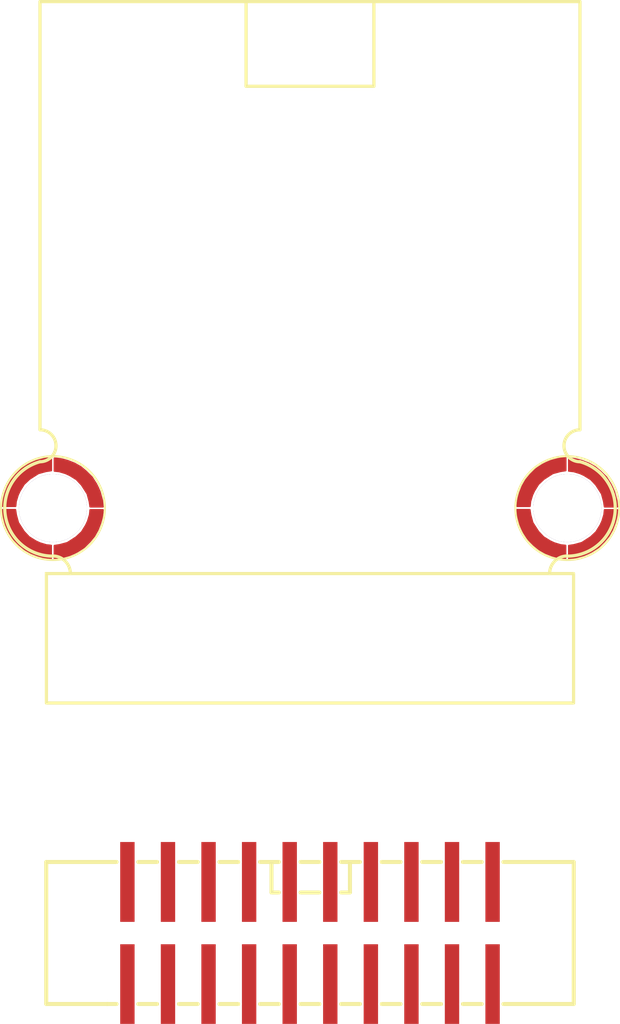
<source format=kicad_pcb>
(kicad_pcb (version 20241229) (generator "pcbnew") (generator_version "9.0")
  (layers (0 "F.Cu" signal) (2 "B.Cu" signal) (13 "F.Paste" user) (15 "B.Paste" user) (5 "F.SilkS" user "F.Silkscreen") (7 "B.SilkS" user "B.Silkscreen") (1 "F.Mask" user) (3 "B.Mask" user) (25 "Edge.Cuts" user))
  (net 0 "")
  (net 1 "standoff[1]-contact")
  (net 2 "standoff[0]-contact")
  (net 3 "jlink_interface-hv-1")
  (net 4 "gnd")
  (net 5 "jlink_interface-line-5")
  (net 6 "jlink_interface-line")
  (net 7 "jlink_interface-line-7")
  (net 8 "jlink_interface-line-1")
  (net 9 "jlink_interface.idc-net")
  (net 10 "jlink_interface-line-4")
  (net 11 "jlink_interface-line-3")
  (net 12 "jlink_interface-hv")
  (net 13 "jlink_interface.idc-net-4")
  (net 14 "jlink_interface-line-2")
  (net 15 "jlink_interface.idc-net-1")
  (net 16 "jlink_interface.idc-net-3")
  (net 17 "jlink_interface.idc-net-2")
  (net 18 "jlink_interface-line-6")
  (net 19 "standoff[1].footprint.pins[0].net-net")
  (net 20 "standoff[0].footprint.pins[0].net-net")
  (footprint "Liansheng_BH_00019:CONN-SMD_20P-P2.54_BH-00019" (layer "F.Cu") (at 0 22.5 180)
    (property "Reference" "J1" (hide yes))
    (property "Value" "")
    (fp_line (start 16.51 4.45) (end 12.11 4.45) (stroke (width 0.25)) (layer "F.SilkS"))
    (fp_line (start 16.51 -4.44) (end 16.51 4.45) (stroke (width 0.25)) (layer "F.SilkS"))
    (fp_line (start 12.7 -4.44) (end 16.51 -4.44) (stroke (width 0.25)) (layer "F.SilkS"))
    (fp_line (start 12.7 -4.44) (end 12.11 -4.44) (stroke (width 0.25)) (layer "F.SilkS"))
    (fp_line (start 10.75 4.45) (end 9.57 4.45) (stroke (width 0.25)) (layer "F.SilkS"))
    (fp_line (start 10.75 -4.44) (end 9.57 -4.44) (stroke (width 0.25)) (layer "F.SilkS"))
    (fp_line (start 8.21 4.45) (end 7.03 4.45) (stroke (width 0.25)) (layer "F.SilkS"))
    (fp_line (start 8.21 -4.44) (end 7.03 -4.44) (stroke (width 0.25)) (layer "F.SilkS"))
    (fp_line (start 5.67 4.45) (end 4.49 4.45) (stroke (width 0.25)) (layer "F.SilkS"))
    (fp_line (start 5.67 -4.44) (end 4.49 -4.44) (stroke (width 0.25)) (layer "F.SilkS"))
    (fp_line (start 3.13 4.45) (end 1.95 4.45) (stroke (width 0.25)) (layer "F.SilkS"))
    (fp_line (start 3.13 -4.44) (end 1.95 -4.44) (stroke (width 0.25)) (layer "F.SilkS"))
    (fp_line (start 2.41 2.54) (end 2.41 4.32) (stroke (width 0.25)) (layer "F.SilkS"))
    (fp_line (start 1.95 2.54) (end 2.41 2.54) (stroke (width 0.25)) (layer "F.SilkS"))
    (fp_line (start 0.59 4.45) (end -0.59 4.45) (stroke (width 0.25)) (layer "F.SilkS"))
    (fp_line (start 0.59 -4.44) (end -0.59 -4.44) (stroke (width 0.25)) (layer "F.SilkS"))
    (fp_line (start -0.59 2.54) (end 0.59 2.54) (stroke (width 0.25)) (layer "F.SilkS"))
    (fp_line (start -1.95 4.45) (end -3.13 4.45) (stroke (width 0.25)) (layer "F.SilkS"))
    (fp_line (start -1.95 -4.44) (end -3.13 -4.44) (stroke (width 0.25)) (layer "F.SilkS"))
    (fp_line (start -2.5 4.32) (end -2.5 2.54) (stroke (width 0.25)) (layer "F.SilkS"))
    (fp_line (start -2.5 2.54) (end -1.95 2.54) (stroke (width 0.25)) (layer "F.SilkS"))
    (fp_line (start -4.49 4.45) (end -5.67 4.45) (stroke (width 0.25)) (layer "F.SilkS"))
    (fp_line (start -4.49 -4.44) (end -5.67 -4.44) (stroke (width 0.25)) (layer "F.SilkS"))
    (fp_line (start -7.03 4.45) (end -8.21 4.45) (stroke (width 0.25)) (layer "F.SilkS"))
    (fp_line (start -7.03 -4.44) (end -8.21 -4.44) (stroke (width 0.25)) (layer "F.SilkS"))
    (fp_line (start -9.57 4.45) (end -10.75 4.45) (stroke (width 0.25)) (layer "F.SilkS"))
    (fp_line (start -9.57 -4.44) (end -10.75 -4.44) (stroke (width 0.25)) (layer "F.SilkS"))
    (fp_line (start -12.11 4.45) (end -16.51 4.45) (stroke (width 0.25)) (layer "F.SilkS"))
    (fp_line (start -12.11 -4.44) (end -16.51 -4.44) (stroke (width 0.25)) (layer "F.SilkS"))
    (fp_line (start -16.51 4.45) (end -16.51 -4.44) (stroke (width 0.25)) (layer "F.SilkS"))
    (pad "1" smd rect (at -11.43 3.2 180) (size 0.9 5) (layers "F.Cu" "F.Mask" "F.Paste") (net 12 "jlink_interface-hv"))
    (pad "2" smd rect (at -11.43 -3.2 180) (size 0.9 5) (layers "F.Cu" "F.Mask" "F.Paste") (net 9 "jlink_interface.idc-net"))
    (pad "3" smd rect (at -8.89 3.2 180) (size 0.9 5) (layers "F.Cu" "F.Mask" "F.Paste") (net 10 "jlink_interface-line-4"))
    (pad "4" smd rect (at -8.89 -3.2 180) (size 0.9 5) (layers "F.Cu" "F.Mask" "F.Paste") (net 4 "gnd"))
    (pad "5" smd rect (at -6.35 3.2 180) (size 0.9 5) (layers "F.Cu" "F.Mask" "F.Paste") (net 11 "jlink_interface-line-3"))
    (pad "6" smd rect (at -6.35 -3.2 180) (size 0.9 5) (layers "F.Cu" "F.Mask" "F.Paste") (net 4 "gnd"))
    (pad "7" smd rect (at -3.81 3.2 180) (size 0.9 5) (layers "F.Cu" "F.Mask" "F.Paste") (net 8 "jlink_interface-line-1"))
    (pad "8" smd rect (at -3.81 -3.2 180) (size 0.9 5) (layers "F.Cu" "F.Mask" "F.Paste") (net 4 "gnd"))
    (pad "9" smd rect (at -1.27 3.2 180) (size 0.9 5) (layers "F.Cu" "F.Mask" "F.Paste") (net 18 "jlink_interface-line-6"))
    (pad "10" smd rect (at -1.27 -3.2 180) (size 0.9 5) (layers "F.Cu" "F.Mask" "F.Paste") (net 4 "gnd"))
    (pad "11" smd rect (at 1.27 3.2 180) (size 0.9 5) (layers "F.Cu" "F.Mask" "F.Paste") (net 7 "jlink_interface-line-7"))
    (pad "12" smd rect (at 1.27 -3.2 180) (size 0.9 5) (layers "F.Cu" "F.Mask" "F.Paste") (net 4 "gnd"))
    (pad "13" smd rect (at 3.81 3.2 180) (size 0.9 5) (layers "F.Cu" "F.Mask" "F.Paste") (net 14 "jlink_interface-line-2"))
    (pad "14" smd rect (at 3.81 -3.2 180) (size 0.9 5) (layers "F.Cu" "F.Mask" "F.Paste") (net 15 "jlink_interface.idc-net-1"))
    (pad "15" smd rect (at 6.35 3.2 180) (size 0.9 5) (layers "F.Cu" "F.Mask" "F.Paste") (net 6 "jlink_interface-line"))
    (pad "16" smd rect (at 6.35 -3.2 180) (size 0.9 5) (layers "F.Cu" "F.Mask" "F.Paste") (net 16 "jlink_interface.idc-net-3"))
    (pad "17" smd rect (at 8.89 3.2 180) (size 0.9 5) (layers "F.Cu" "F.Mask" "F.Paste") (net 5 "jlink_interface-line-5"))
    (pad "18" smd rect (at 8.89 -3.2 180) (size 0.9 5) (layers "F.Cu" "F.Mask" "F.Paste") (net 13 "jlink_interface.idc-net-4"))
    (pad "19" smd rect (at 11.43 3.2 180) (size 0.9 5) (layers "F.Cu" "F.Mask" "F.Paste") (net 3 "jlink_interface-hv-1"))
    (pad "20" smd rect (at 11.43 -3.2 180) (size 0.9 5) (layers "F.Cu" "F.Mask" "F.Paste") (net 17 "jlink_interface.idc-net-2"))
  )
  (footprint "SEGGER_JLink_Compact:SEGGER_JLink_Compact" (layer "F.Cu") (at 0 0 0)
    (property "Reference" "MOD1" (hide yes))
    (property "Value" "")
    (fp_line (start -16.9 -35.8) (end 16.9 -35.8) (stroke (width 0.2)) (layer "F.SilkS"))
    (fp_line (start -16.9 -9) (end -16.9 -35.8) (stroke (width 0.2)) (layer "F.SilkS"))
    (fp_line (start -4 -30.5) (end -4 -35.8) (stroke (width 0.2)) (layer "F.SilkS"))
    (fp_line (start -4 -30.5) (end 4 -30.5) (stroke (width 0.2)) (layer "F.SilkS"))
    (fp_line (start 4 -30.5) (end 4 -35.8) (stroke (width 0.2)) (layer "F.SilkS"))
    (fp_line (start 16.9 -35.8) (end 16.899999 -8.999999) (stroke (width 0.2)) (layer "F.SilkS"))
    (fp_arc (start -16.9 -9) (mid -15.9 -8) (end -16.9 -7) (stroke (width 0.2)) (layer "F.SilkS"))
    (fp_arc (start -16.1 -1.1) (mid -15.322183 -0.777817) (end -15 0) (stroke (width 0.2)) (layer "F.SilkS"))
    (fp_arc (start -16.1 -1.091678) (mid -19.081119 -3.69635) (end -16.9 -7) (stroke (width 0.2)) (layer "F.SilkS"))
    (fp_arc (start 14.999999 0) (mid 15.322182 -0.777817) (end 16.099999 -1.1) (stroke (width 0.2)) (layer "F.SilkS"))
    (fp_arc (start 16.899999 -7) (mid 19.081118 -3.69635) (end 16.099999 -1.091678) (stroke (width 0.2)) (layer "F.SilkS"))
    (fp_arc (start 16.899999 -7) (mid 15.899999 -8) (end 16.899999 -9) (stroke (width 0.2)) (layer "F.SilkS"))
    (fp_rect (start -16.5 2e-06) (end 16.5 8.1) (stroke (width 0.2)) (fill no) (layer "F.SilkS"))
  )
  (footprint "Sinhoo_SMTSO2530CTJ:SMD_BD5.6-L5.6-W5.6-D4.1" (layer "F.Cu") (at -16.1 -4.1 0)
    (property "Reference" "H2" (hide yes))
    (property "Value" "")
    (fp_circle (center 0.01 0) (end 3.26 0) (stroke (width 0.13)) (fill no) (layer "F.SilkS"))
    (pad "" thru_hole circle (at 0.01 0 0) (size 4.25 4.25) (drill 4.25) (layers "*.Cu" "*.Mask") (net 19 "standoff[1].footprint.pins[0].net-net"))
    (pad "1" smd custom (at 1.62 -2.14 0) (size 0.01 0.01) (layers "F.Cu" "F.Mask" "F.Paste") (net 1 "standoff[1]-contact") (options (clearance outline) (anchor circle)) (primitives (gr_poly (pts (xy -1.52 -0.98) (xy -1.37 -0.97) (xy -1.14 -0.94) (xy -0.99 -0.91) (xy -0.67 -0.82) (xy -0.26 -0.66) (xy 0.13 -0.44) (xy 0.47 -0.16) (xy 0.83 0.2) (xy 1.1 0.62) (xy 1.21 0.84) (xy 1.33 1.12) (xy 1.48 1.67) (xy 1.52 2.06) (xy 0.72 2.06) (xy 0.67 1.73) (xy 0.54 1.25) (xy 0.4 1.03) (xy 0.18 0.69) (xy -0.14 0.35) (xy -0.56 0.09) (xy -0.82 -0.03) (xy -1.22 -0.15) (xy -1.52 -0.18)) (width 0.1) (fill yes))))
    (pad "2" smd custom (at 1.62 2.17 0) (size 0.01 0.01) (layers "F.Cu" "F.Mask" "F.Paste") (net 1 "standoff[1]-contact") (options (clearance outline) (anchor circle)) (primitives (gr_poly (pts (xy 1.52 -2.06) (xy 1.51 -1.91) (xy 1.48 -1.68) (xy 1.45 -1.53) (xy 1.36 -1.21) (xy 1.2 -0.8) (xy 0.98 -0.41) (xy 0.7 -0.07) (xy 0.34 0.29) (xy -0.08 0.56) (xy -0.3 0.67) (xy -0.58 0.79) (xy -1.13 0.94) (xy -1.52 0.98) (xy -1.52 0.18) (xy -1.19 0.13) (xy -0.71 0) (xy -0.49 -0.14) (xy -0.15 -0.36) (xy 0.19 -0.68) (xy 0.45 -1.1) (xy 0.57 -1.36) (xy 0.69 -1.76) (xy 0.72 -2.06)) (width 0.1) (fill yes))))
    (pad "3" smd custom (at -1.62 2.17 0) (size 0.01 0.01) (layers "F.Cu" "F.Mask" "F.Paste") (net 1 "standoff[1]-contact") (options (clearance outline) (anchor circle)) (primitives (gr_poly (pts (xy 1.52 0.97) (xy 1.37 0.96) (xy 1.14 0.93) (xy 0.99 0.9) (xy 0.67 0.81) (xy 0.26 0.65) (xy -0.13 0.43) (xy -0.47 0.15) (xy -0.83 -0.21) (xy -1.1 -0.63) (xy -1.21 -0.85) (xy -1.33 -1.13) (xy -1.48 -1.68) (xy -1.52 -2.07) (xy -0.72 -2.07) (xy -0.67 -1.74) (xy -0.54 -1.26) (xy -0.4 -1.04) (xy -0.18 -0.7) (xy 0.14 -0.36) (xy 0.56 -0.1) (xy 0.82 0.02) (xy 1.22 0.14) (xy 1.52 0.17)) (width 0.1) (fill yes))))
    (pad "4" smd custom (at -1.61 -2.17 0) (size 0.01 0.01) (layers "F.Cu" "F.Mask" "F.Paste") (net 1 "standoff[1]-contact") (options (clearance outline) (anchor circle)) (primitives (gr_poly (pts (xy -1.52 2.06) (xy -1.51 1.91) (xy -1.48 1.68) (xy -1.45 1.53) (xy -1.36 1.21) (xy -1.2 0.8) (xy -0.98 0.41) (xy -0.7 0.07) (xy -0.34 -0.29) (xy 0.08 -0.56) (xy 0.3 -0.67) (xy 0.58 -0.79) (xy 1.13 -0.94) (xy 1.52 -0.98) (xy 1.52 -0.18) (xy 1.19 -0.13) (xy 0.71 0) (xy 0.49 0.14) (xy 0.15 0.36) (xy -0.19 0.68) (xy -0.45 1.1) (xy -0.57 1.36) (xy -0.69 1.76) (xy -0.72 2.06)) (width 0.1) (fill yes))))
  )
  (footprint "Sinhoo_SMTSO2530CTJ:SMD_BD5.6-L5.6-W5.6-D4.1" (layer "F.Cu") (at 16.1 -4.1 0)
    (property "Reference" "H1" (hide yes))
    (property "Value" "")
    (fp_circle (center 0.01 0) (end 3.26 0) (stroke (width 0.13)) (fill no) (layer "F.SilkS"))
    (pad "" thru_hole circle (at 0.01 0 0) (size 4.25 4.25) (drill 4.25) (layers "*.Cu" "*.Mask") (net 20 "standoff[0].footprint.pins[0].net-net"))
    (pad "1" smd custom (at 1.62 -2.14 0) (size 0.01 0.01) (layers "F.Cu" "F.Mask" "F.Paste") (net 2 "standoff[0]-contact") (options (clearance outline) (anchor circle)) (primitives (gr_poly (pts (xy -1.52 -0.98) (xy -1.37 -0.97) (xy -1.14 -0.94) (xy -0.99 -0.91) (xy -0.67 -0.82) (xy -0.26 -0.66) (xy 0.13 -0.44) (xy 0.47 -0.16) (xy 0.83 0.2) (xy 1.1 0.62) (xy 1.21 0.84) (xy 1.33 1.12) (xy 1.48 1.67) (xy 1.52 2.06) (xy 0.72 2.06) (xy 0.67 1.73) (xy 0.54 1.25) (xy 0.4 1.03) (xy 0.18 0.69) (xy -0.14 0.35) (xy -0.56 0.09) (xy -0.82 -0.03) (xy -1.22 -0.15) (xy -1.52 -0.18)) (width 0.1) (fill yes))))
    (pad "2" smd custom (at 1.62 2.17 0) (size 0.01 0.01) (layers "F.Cu" "F.Mask" "F.Paste") (net 2 "standoff[0]-contact") (options (clearance outline) (anchor circle)) (primitives (gr_poly (pts (xy 1.52 -2.06) (xy 1.51 -1.91) (xy 1.48 -1.68) (xy 1.45 -1.53) (xy 1.36 -1.21) (xy 1.2 -0.8) (xy 0.98 -0.41) (xy 0.7 -0.07) (xy 0.34 0.29) (xy -0.08 0.56) (xy -0.3 0.67) (xy -0.58 0.79) (xy -1.13 0.94) (xy -1.52 0.98) (xy -1.52 0.18) (xy -1.19 0.13) (xy -0.71 0) (xy -0.49 -0.14) (xy -0.15 -0.36) (xy 0.19 -0.68) (xy 0.45 -1.1) (xy 0.57 -1.36) (xy 0.69 -1.76) (xy 0.72 -2.06)) (width 0.1) (fill yes))))
    (pad "3" smd custom (at -1.62 2.17 0) (size 0.01 0.01) (layers "F.Cu" "F.Mask" "F.Paste") (net 2 "standoff[0]-contact") (options (clearance outline) (anchor circle)) (primitives (gr_poly (pts (xy 1.52 0.97) (xy 1.37 0.96) (xy 1.14 0.93) (xy 0.99 0.9) (xy 0.67 0.81) (xy 0.26 0.65) (xy -0.13 0.43) (xy -0.47 0.15) (xy -0.83 -0.21) (xy -1.1 -0.63) (xy -1.21 -0.85) (xy -1.33 -1.13) (xy -1.48 -1.68) (xy -1.52 -2.07) (xy -0.72 -2.07) (xy -0.67 -1.74) (xy -0.54 -1.26) (xy -0.4 -1.04) (xy -0.18 -0.7) (xy 0.14 -0.36) (xy 0.56 -0.1) (xy 0.82 0.02) (xy 1.22 0.14) (xy 1.52 0.17)) (width 0.1) (fill yes))))
    (pad "4" smd custom (at -1.61 -2.17 0) (size 0.01 0.01) (layers "F.Cu" "F.Mask" "F.Paste") (net 2 "standoff[0]-contact") (options (clearance outline) (anchor circle)) (primitives (gr_poly (pts (xy -1.52 2.06) (xy -1.51 1.91) (xy -1.48 1.68) (xy -1.45 1.53) (xy -1.36 1.21) (xy -1.2 0.8) (xy -0.98 0.41) (xy -0.7 0.07) (xy -0.34 -0.29) (xy 0.08 -0.56) (xy 0.3 -0.67) (xy 0.58 -0.79) (xy 1.13 -0.94) (xy 1.52 -0.98) (xy 1.52 -0.18) (xy 1.19 -0.13) (xy 0.71 0) (xy 0.49 0.14) (xy 0.15 0.36) (xy -0.19 0.68) (xy -0.45 1.1) (xy -0.57 1.36) (xy -0.69 1.76) (xy -0.72 2.06)) (width 0.1) (fill yes))))
  )
)
</source>
